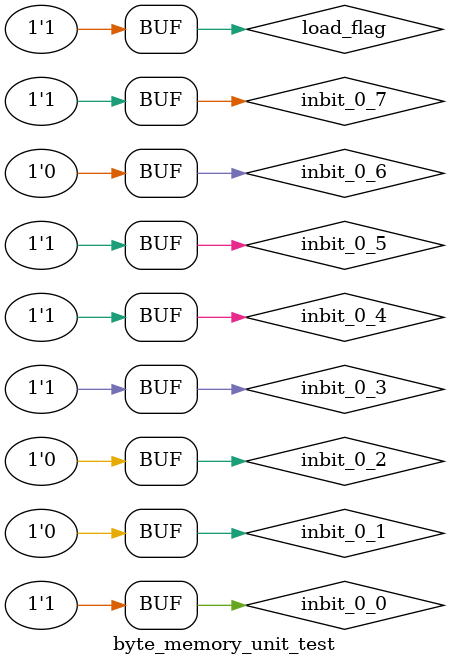
<source format=v>

module byte_memory_unit_test;

	// Inputs
	// reg signed_flag;
	reg load_flag;
	reg inbit_0_0;
	reg inbit_0_1;
	reg inbit_0_2;
	reg inbit_0_3;
	reg inbit_0_4;
	reg inbit_0_5;
	reg inbit_0_6;
	reg inbit_0_7;
	// reg inbit_1_0;
	// reg inbit_1_1;
	// reg inbit_1_2;
	// reg inbit_1_3;
	// reg inbit_1_4;
	// reg inbit_1_5;
	// reg inbit_1_6;
	// reg inbit_1_7;

	// Outputs
	wire outbit_0_0;
	wire outbit_0_1;
	wire outbit_0_2;
	wire outbit_0_3;
	wire outbit_0_4;
	wire outbit_0_5;
	wire outbit_0_6;
	wire outbit_0_7;
	// wire carry_out;
	// wire overflow_flag;
	// wire sink;


	// Instantiate the Unit Under Test (UUT)
	byte_memory_unit uut (
		// .signed_flag(signed_flag), 
		.load_flag(load_flag), 
		.inbit_0_0(inbit_0_0), 
		.inbit_0_1(inbit_0_1), 
		.inbit_0_2(inbit_0_2), 
		.inbit_0_3(inbit_0_3), 
		.inbit_0_4(inbit_0_4), 
		.inbit_0_5(inbit_0_5), 
		.inbit_0_6(inbit_0_6), 
		.inbit_0_7(inbit_0_7), 
		// .inbit_1_0(inbit_1_0), 
		// .inbit_1_1(inbit_1_1), 
		// .inbit_1_2(inbit_1_2), 
		// .inbit_1_3(inbit_1_3), 
		// .inbit_1_4(inbit_1_4), 
		// .inbit_1_5(inbit_1_5), 
		// .inbit_1_6(inbit_1_6), 
		// .inbit_1_7(inbit_1_7), 
		.outbit_0_0(outbit_0_0),
		.outbit_0_1(outbit_0_1),
		.outbit_0_2(outbit_0_2),
		.outbit_0_3(outbit_0_3),
		.outbit_0_4(outbit_0_4),
		.outbit_0_5(outbit_0_5),
		.outbit_0_6(outbit_0_6),
		.outbit_0_7(outbit_0_7)
		// .carry_out(carry_out)
		// .overflow_flag(overflow_flag)
		// .sink(sink)
	);

	initial begin
		// Initialize Inputs
		// signed_flag = 1;
		load_flag = 0;
	    inbit_0_0 = 0;
	    inbit_0_1 = 0;
	    inbit_0_2 = 0;
	    inbit_0_3 = 0;
	    inbit_0_4 = 0;
	    inbit_0_5 = 0;
	    inbit_0_6 = 0;
	    inbit_0_7 = 0;
	    // inbit_1_0 = 0;
	    // inbit_1_1 = 0;
	    // inbit_1_2 = 0;
	    // inbit_1_3 = 0;
	    // inbit_1_4 = 0;
	    // inbit_1_5 = 0;
	    // inbit_1_6 = 0;
	    // inbit_1_7 = 0;

		// Wait 100 ns for global reset to finish
		#100;
        
		// Add stimulus here: 100 INPUTS

		load_flag = 1;
	    inbit_0_0 = 1;
	    inbit_0_1 = 1;
	    inbit_0_2 = 1;
	    inbit_0_3 = 1;
	    inbit_0_4 = 1;
	    inbit_0_5 = 1;
	    inbit_0_6 = 1;
	    inbit_0_7 = 0;
	    // inbit_1_0 = ;
	    // inbit_1_1 = ;
	    // inbit_1_2 = ;
	    // inbit_1_3 = ;
	    // inbit_1_4 = ;
	    // inbit_1_5 = ;
	    // inbit_1_6 = ;
	    // inbit_1_7 = ;
        #100;


		load_flag = 1;
	    inbit_0_0 = 0;
	    inbit_0_1 = 1;
	    inbit_0_2 = 0;
	    inbit_0_3 = 1;
	    inbit_0_4 = 1;
	    inbit_0_5 = 1;
	    inbit_0_6 = 1;
	    inbit_0_7 = 1;
	    // inbit_1_0 = ;
	    // inbit_1_1 = ;
	    // inbit_1_2 = ;
	    // inbit_1_3 = ;
	    // inbit_1_4 = ;
	    // inbit_1_5 = ;
	    // inbit_1_6 = ;
	    // inbit_1_7 = ;
        #100;


		load_flag = 1;
	    inbit_0_0 = 1;
	    inbit_0_1 = 0;
	    inbit_0_2 = 0;
	    inbit_0_3 = 1;
	    inbit_0_4 = 1;
	    inbit_0_5 = 0;
	    inbit_0_6 = 0;
	    inbit_0_7 = 0;
	    // inbit_1_0 = ;
	    // inbit_1_1 = ;
	    // inbit_1_2 = ;
	    // inbit_1_3 = ;
	    // inbit_1_4 = ;
	    // inbit_1_5 = ;
	    // inbit_1_6 = ;
	    // inbit_1_7 = ;
        #100;


		load_flag = 0;
	    inbit_0_0 = 1;
	    inbit_0_1 = 0;
	    inbit_0_2 = 0;
	    inbit_0_3 = 1;
	    inbit_0_4 = 0;
	    inbit_0_5 = 0;
	    inbit_0_6 = 1;
	    inbit_0_7 = 0;
	    // inbit_1_0 = ;
	    // inbit_1_1 = ;
	    // inbit_1_2 = ;
	    // inbit_1_3 = ;
	    // inbit_1_4 = ;
	    // inbit_1_5 = ;
	    // inbit_1_6 = ;
	    // inbit_1_7 = ;
        #100;


		load_flag = 0;
	    inbit_0_0 = 1;
	    inbit_0_1 = 0;
	    inbit_0_2 = 1;
	    inbit_0_3 = 1;
	    inbit_0_4 = 0;
	    inbit_0_5 = 1;
	    inbit_0_6 = 1;
	    inbit_0_7 = 1;
	    // inbit_1_0 = ;
	    // inbit_1_1 = ;
	    // inbit_1_2 = ;
	    // inbit_1_3 = ;
	    // inbit_1_4 = ;
	    // inbit_1_5 = ;
	    // inbit_1_6 = ;
	    // inbit_1_7 = ;
        #100;


		load_flag = 0;
	    inbit_0_0 = 1;
	    inbit_0_1 = 1;
	    inbit_0_2 = 1;
	    inbit_0_3 = 0;
	    inbit_0_4 = 0;
	    inbit_0_5 = 0;
	    inbit_0_6 = 1;
	    inbit_0_7 = 0;
	    // inbit_1_0 = ;
	    // inbit_1_1 = ;
	    // inbit_1_2 = ;
	    // inbit_1_3 = ;
	    // inbit_1_4 = ;
	    // inbit_1_5 = ;
	    // inbit_1_6 = ;
	    // inbit_1_7 = ;
        #100;


		load_flag = 1;
	    inbit_0_0 = 0;
	    inbit_0_1 = 1;
	    inbit_0_2 = 1;
	    inbit_0_3 = 0;
	    inbit_0_4 = 1;
	    inbit_0_5 = 0;
	    inbit_0_6 = 0;
	    inbit_0_7 = 1;
	    // inbit_1_0 = ;
	    // inbit_1_1 = ;
	    // inbit_1_2 = ;
	    // inbit_1_3 = ;
	    // inbit_1_4 = ;
	    // inbit_1_5 = ;
	    // inbit_1_6 = ;
	    // inbit_1_7 = ;
        #100;


		load_flag = 1;
	    inbit_0_0 = 0;
	    inbit_0_1 = 0;
	    inbit_0_2 = 1;
	    inbit_0_3 = 1;
	    inbit_0_4 = 1;
	    inbit_0_5 = 1;
	    inbit_0_6 = 0;
	    inbit_0_7 = 1;
	    // inbit_1_0 = ;
	    // inbit_1_1 = ;
	    // inbit_1_2 = ;
	    // inbit_1_3 = ;
	    // inbit_1_4 = ;
	    // inbit_1_5 = ;
	    // inbit_1_6 = ;
	    // inbit_1_7 = ;
        #100;


		load_flag = 0;
	    inbit_0_0 = 0;
	    inbit_0_1 = 0;
	    inbit_0_2 = 1;
	    inbit_0_3 = 0;
	    inbit_0_4 = 1;
	    inbit_0_5 = 0;
	    inbit_0_6 = 1;
	    inbit_0_7 = 0;
	    // inbit_1_0 = ;
	    // inbit_1_1 = ;
	    // inbit_1_2 = ;
	    // inbit_1_3 = ;
	    // inbit_1_4 = ;
	    // inbit_1_5 = ;
	    // inbit_1_6 = ;
	    // inbit_1_7 = ;
        #100;


		load_flag = 0;
	    inbit_0_0 = 1;
	    inbit_0_1 = 0;
	    inbit_0_2 = 1;
	    inbit_0_3 = 1;
	    inbit_0_4 = 0;
	    inbit_0_5 = 0;
	    inbit_0_6 = 1;
	    inbit_0_7 = 0;
	    // inbit_1_0 = ;
	    // inbit_1_1 = ;
	    // inbit_1_2 = ;
	    // inbit_1_3 = ;
	    // inbit_1_4 = ;
	    // inbit_1_5 = ;
	    // inbit_1_6 = ;
	    // inbit_1_7 = ;
        #100;


		load_flag = 1;
	    inbit_0_0 = 0;
	    inbit_0_1 = 1;
	    inbit_0_2 = 1;
	    inbit_0_3 = 1;
	    inbit_0_4 = 1;
	    inbit_0_5 = 1;
	    inbit_0_6 = 1;
	    inbit_0_7 = 1;
	    // inbit_1_0 = ;
	    // inbit_1_1 = ;
	    // inbit_1_2 = ;
	    // inbit_1_3 = ;
	    // inbit_1_4 = ;
	    // inbit_1_5 = ;
	    // inbit_1_6 = ;
	    // inbit_1_7 = ;
        #100;


		load_flag = 1;
	    inbit_0_0 = 0;
	    inbit_0_1 = 1;
	    inbit_0_2 = 1;
	    inbit_0_3 = 0;
	    inbit_0_4 = 0;
	    inbit_0_5 = 1;
	    inbit_0_6 = 1;
	    inbit_0_7 = 0;
	    // inbit_1_0 = ;
	    // inbit_1_1 = ;
	    // inbit_1_2 = ;
	    // inbit_1_3 = ;
	    // inbit_1_4 = ;
	    // inbit_1_5 = ;
	    // inbit_1_6 = ;
	    // inbit_1_7 = ;
        #100;


		load_flag = 1;
	    inbit_0_0 = 0;
	    inbit_0_1 = 0;
	    inbit_0_2 = 0;
	    inbit_0_3 = 1;
	    inbit_0_4 = 0;
	    inbit_0_5 = 1;
	    inbit_0_6 = 0;
	    inbit_0_7 = 0;
	    // inbit_1_0 = ;
	    // inbit_1_1 = ;
	    // inbit_1_2 = ;
	    // inbit_1_3 = ;
	    // inbit_1_4 = ;
	    // inbit_1_5 = ;
	    // inbit_1_6 = ;
	    // inbit_1_7 = ;
        #100;


		load_flag = 1;
	    inbit_0_0 = 1;
	    inbit_0_1 = 1;
	    inbit_0_2 = 0;
	    inbit_0_3 = 0;
	    inbit_0_4 = 1;
	    inbit_0_5 = 1;
	    inbit_0_6 = 1;
	    inbit_0_7 = 0;
	    // inbit_1_0 = ;
	    // inbit_1_1 = ;
	    // inbit_1_2 = ;
	    // inbit_1_3 = ;
	    // inbit_1_4 = ;
	    // inbit_1_5 = ;
	    // inbit_1_6 = ;
	    // inbit_1_7 = ;
        #100;


		load_flag = 1;
	    inbit_0_0 = 1;
	    inbit_0_1 = 1;
	    inbit_0_2 = 0;
	    inbit_0_3 = 0;
	    inbit_0_4 = 0;
	    inbit_0_5 = 0;
	    inbit_0_6 = 0;
	    inbit_0_7 = 1;
	    // inbit_1_0 = ;
	    // inbit_1_1 = ;
	    // inbit_1_2 = ;
	    // inbit_1_3 = ;
	    // inbit_1_4 = ;
	    // inbit_1_5 = ;
	    // inbit_1_6 = ;
	    // inbit_1_7 = ;
        #100;


		load_flag = 1;
	    inbit_0_0 = 1;
	    inbit_0_1 = 0;
	    inbit_0_2 = 0;
	    inbit_0_3 = 0;
	    inbit_0_4 = 1;
	    inbit_0_5 = 1;
	    inbit_0_6 = 1;
	    inbit_0_7 = 1;
	    // inbit_1_0 = ;
	    // inbit_1_1 = ;
	    // inbit_1_2 = ;
	    // inbit_1_3 = ;
	    // inbit_1_4 = ;
	    // inbit_1_5 = ;
	    // inbit_1_6 = ;
	    // inbit_1_7 = ;
        #100;


		load_flag = 0;
	    inbit_0_0 = 0;
	    inbit_0_1 = 0;
	    inbit_0_2 = 0;
	    inbit_0_3 = 0;
	    inbit_0_4 = 1;
	    inbit_0_5 = 1;
	    inbit_0_6 = 0;
	    inbit_0_7 = 0;
	    // inbit_1_0 = ;
	    // inbit_1_1 = ;
	    // inbit_1_2 = ;
	    // inbit_1_3 = ;
	    // inbit_1_4 = ;
	    // inbit_1_5 = ;
	    // inbit_1_6 = ;
	    // inbit_1_7 = ;
        #100;


		load_flag = 1;
	    inbit_0_0 = 1;
	    inbit_0_1 = 0;
	    inbit_0_2 = 1;
	    inbit_0_3 = 0;
	    inbit_0_4 = 0;
	    inbit_0_5 = 1;
	    inbit_0_6 = 1;
	    inbit_0_7 = 0;
	    // inbit_1_0 = ;
	    // inbit_1_1 = ;
	    // inbit_1_2 = ;
	    // inbit_1_3 = ;
	    // inbit_1_4 = ;
	    // inbit_1_5 = ;
	    // inbit_1_6 = ;
	    // inbit_1_7 = ;
        #100;


		load_flag = 0;
	    inbit_0_0 = 0;
	    inbit_0_1 = 1;
	    inbit_0_2 = 0;
	    inbit_0_3 = 1;
	    inbit_0_4 = 0;
	    inbit_0_5 = 0;
	    inbit_0_6 = 0;
	    inbit_0_7 = 1;
	    // inbit_1_0 = ;
	    // inbit_1_1 = ;
	    // inbit_1_2 = ;
	    // inbit_1_3 = ;
	    // inbit_1_4 = ;
	    // inbit_1_5 = ;
	    // inbit_1_6 = ;
	    // inbit_1_7 = ;
        #100;


		load_flag = 1;
	    inbit_0_0 = 1;
	    inbit_0_1 = 0;
	    inbit_0_2 = 1;
	    inbit_0_3 = 0;
	    inbit_0_4 = 0;
	    inbit_0_5 = 0;
	    inbit_0_6 = 1;
	    inbit_0_7 = 0;
	    // inbit_1_0 = ;
	    // inbit_1_1 = ;
	    // inbit_1_2 = ;
	    // inbit_1_3 = ;
	    // inbit_1_4 = ;
	    // inbit_1_5 = ;
	    // inbit_1_6 = ;
	    // inbit_1_7 = ;
        #100;


		load_flag = 1;
	    inbit_0_0 = 1;
	    inbit_0_1 = 0;
	    inbit_0_2 = 0;
	    inbit_0_3 = 0;
	    inbit_0_4 = 0;
	    inbit_0_5 = 0;
	    inbit_0_6 = 1;
	    inbit_0_7 = 0;
	    // inbit_1_0 = ;
	    // inbit_1_1 = ;
	    // inbit_1_2 = ;
	    // inbit_1_3 = ;
	    // inbit_1_4 = ;
	    // inbit_1_5 = ;
	    // inbit_1_6 = ;
	    // inbit_1_7 = ;
        #100;


		load_flag = 1;
	    inbit_0_0 = 1;
	    inbit_0_1 = 1;
	    inbit_0_2 = 0;
	    inbit_0_3 = 0;
	    inbit_0_4 = 0;
	    inbit_0_5 = 1;
	    inbit_0_6 = 1;
	    inbit_0_7 = 0;
	    // inbit_1_0 = ;
	    // inbit_1_1 = ;
	    // inbit_1_2 = ;
	    // inbit_1_3 = ;
	    // inbit_1_4 = ;
	    // inbit_1_5 = ;
	    // inbit_1_6 = ;
	    // inbit_1_7 = ;
        #100;


		load_flag = 0;
	    inbit_0_0 = 0;
	    inbit_0_1 = 0;
	    inbit_0_2 = 0;
	    inbit_0_3 = 0;
	    inbit_0_4 = 1;
	    inbit_0_5 = 1;
	    inbit_0_6 = 0;
	    inbit_0_7 = 0;
	    // inbit_1_0 = ;
	    // inbit_1_1 = ;
	    // inbit_1_2 = ;
	    // inbit_1_3 = ;
	    // inbit_1_4 = ;
	    // inbit_1_5 = ;
	    // inbit_1_6 = ;
	    // inbit_1_7 = ;
        #100;


		load_flag = 0;
	    inbit_0_0 = 1;
	    inbit_0_1 = 0;
	    inbit_0_2 = 0;
	    inbit_0_3 = 0;
	    inbit_0_4 = 0;
	    inbit_0_5 = 0;
	    inbit_0_6 = 1;
	    inbit_0_7 = 1;
	    // inbit_1_0 = ;
	    // inbit_1_1 = ;
	    // inbit_1_2 = ;
	    // inbit_1_3 = ;
	    // inbit_1_4 = ;
	    // inbit_1_5 = ;
	    // inbit_1_6 = ;
	    // inbit_1_7 = ;
        #100;


		load_flag = 1;
	    inbit_0_0 = 0;
	    inbit_0_1 = 1;
	    inbit_0_2 = 0;
	    inbit_0_3 = 0;
	    inbit_0_4 = 1;
	    inbit_0_5 = 1;
	    inbit_0_6 = 0;
	    inbit_0_7 = 1;
	    // inbit_1_0 = ;
	    // inbit_1_1 = ;
	    // inbit_1_2 = ;
	    // inbit_1_3 = ;
	    // inbit_1_4 = ;
	    // inbit_1_5 = ;
	    // inbit_1_6 = ;
	    // inbit_1_7 = ;
        #100;


		load_flag = 0;
	    inbit_0_0 = 1;
	    inbit_0_1 = 0;
	    inbit_0_2 = 1;
	    inbit_0_3 = 1;
	    inbit_0_4 = 1;
	    inbit_0_5 = 0;
	    inbit_0_6 = 1;
	    inbit_0_7 = 1;
	    // inbit_1_0 = ;
	    // inbit_1_1 = ;
	    // inbit_1_2 = ;
	    // inbit_1_3 = ;
	    // inbit_1_4 = ;
	    // inbit_1_5 = ;
	    // inbit_1_6 = ;
	    // inbit_1_7 = ;
        #100;


		load_flag = 1;
	    inbit_0_0 = 0;
	    inbit_0_1 = 0;
	    inbit_0_2 = 0;
	    inbit_0_3 = 0;
	    inbit_0_4 = 1;
	    inbit_0_5 = 0;
	    inbit_0_6 = 0;
	    inbit_0_7 = 0;
	    // inbit_1_0 = ;
	    // inbit_1_1 = ;
	    // inbit_1_2 = ;
	    // inbit_1_3 = ;
	    // inbit_1_4 = ;
	    // inbit_1_5 = ;
	    // inbit_1_6 = ;
	    // inbit_1_7 = ;
        #100;


		load_flag = 0;
	    inbit_0_0 = 1;
	    inbit_0_1 = 1;
	    inbit_0_2 = 1;
	    inbit_0_3 = 0;
	    inbit_0_4 = 0;
	    inbit_0_5 = 0;
	    inbit_0_6 = 1;
	    inbit_0_7 = 0;
	    // inbit_1_0 = ;
	    // inbit_1_1 = ;
	    // inbit_1_2 = ;
	    // inbit_1_3 = ;
	    // inbit_1_4 = ;
	    // inbit_1_5 = ;
	    // inbit_1_6 = ;
	    // inbit_1_7 = ;
        #100;


		load_flag = 0;
	    inbit_0_0 = 0;
	    inbit_0_1 = 1;
	    inbit_0_2 = 0;
	    inbit_0_3 = 1;
	    inbit_0_4 = 0;
	    inbit_0_5 = 1;
	    inbit_0_6 = 0;
	    inbit_0_7 = 1;
	    // inbit_1_0 = ;
	    // inbit_1_1 = ;
	    // inbit_1_2 = ;
	    // inbit_1_3 = ;
	    // inbit_1_4 = ;
	    // inbit_1_5 = ;
	    // inbit_1_6 = ;
	    // inbit_1_7 = ;
        #100;


		load_flag = 1;
	    inbit_0_0 = 1;
	    inbit_0_1 = 0;
	    inbit_0_2 = 0;
	    inbit_0_3 = 1;
	    inbit_0_4 = 0;
	    inbit_0_5 = 0;
	    inbit_0_6 = 0;
	    inbit_0_7 = 1;
	    // inbit_1_0 = ;
	    // inbit_1_1 = ;
	    // inbit_1_2 = ;
	    // inbit_1_3 = ;
	    // inbit_1_4 = ;
	    // inbit_1_5 = ;
	    // inbit_1_6 = ;
	    // inbit_1_7 = ;
        #100;


		load_flag = 0;
	    inbit_0_0 = 0;
	    inbit_0_1 = 0;
	    inbit_0_2 = 1;
	    inbit_0_3 = 0;
	    inbit_0_4 = 0;
	    inbit_0_5 = 1;
	    inbit_0_6 = 1;
	    inbit_0_7 = 1;
	    // inbit_1_0 = ;
	    // inbit_1_1 = ;
	    // inbit_1_2 = ;
	    // inbit_1_3 = ;
	    // inbit_1_4 = ;
	    // inbit_1_5 = ;
	    // inbit_1_6 = ;
	    // inbit_1_7 = ;
        #100;


		load_flag = 0;
	    inbit_0_0 = 0;
	    inbit_0_1 = 0;
	    inbit_0_2 = 0;
	    inbit_0_3 = 1;
	    inbit_0_4 = 0;
	    inbit_0_5 = 1;
	    inbit_0_6 = 0;
	    inbit_0_7 = 1;
	    // inbit_1_0 = ;
	    // inbit_1_1 = ;
	    // inbit_1_2 = ;
	    // inbit_1_3 = ;
	    // inbit_1_4 = ;
	    // inbit_1_5 = ;
	    // inbit_1_6 = ;
	    // inbit_1_7 = ;
        #100;


		load_flag = 0;
	    inbit_0_0 = 0;
	    inbit_0_1 = 0;
	    inbit_0_2 = 0;
	    inbit_0_3 = 0;
	    inbit_0_4 = 0;
	    inbit_0_5 = 1;
	    inbit_0_6 = 1;
	    inbit_0_7 = 1;
	    // inbit_1_0 = ;
	    // inbit_1_1 = ;
	    // inbit_1_2 = ;
	    // inbit_1_3 = ;
	    // inbit_1_4 = ;
	    // inbit_1_5 = ;
	    // inbit_1_6 = ;
	    // inbit_1_7 = ;
        #100;


		load_flag = 1;
	    inbit_0_0 = 1;
	    inbit_0_1 = 1;
	    inbit_0_2 = 0;
	    inbit_0_3 = 1;
	    inbit_0_4 = 0;
	    inbit_0_5 = 0;
	    inbit_0_6 = 1;
	    inbit_0_7 = 0;
	    // inbit_1_0 = ;
	    // inbit_1_1 = ;
	    // inbit_1_2 = ;
	    // inbit_1_3 = ;
	    // inbit_1_4 = ;
	    // inbit_1_5 = ;
	    // inbit_1_6 = ;
	    // inbit_1_7 = ;
        #100;


		load_flag = 1;
	    inbit_0_0 = 1;
	    inbit_0_1 = 0;
	    inbit_0_2 = 0;
	    inbit_0_3 = 1;
	    inbit_0_4 = 0;
	    inbit_0_5 = 0;
	    inbit_0_6 = 1;
	    inbit_0_7 = 0;
	    // inbit_1_0 = ;
	    // inbit_1_1 = ;
	    // inbit_1_2 = ;
	    // inbit_1_3 = ;
	    // inbit_1_4 = ;
	    // inbit_1_5 = ;
	    // inbit_1_6 = ;
	    // inbit_1_7 = ;
        #100;


		load_flag = 1;
	    inbit_0_0 = 1;
	    inbit_0_1 = 1;
	    inbit_0_2 = 1;
	    inbit_0_3 = 1;
	    inbit_0_4 = 0;
	    inbit_0_5 = 1;
	    inbit_0_6 = 1;
	    inbit_0_7 = 1;
	    // inbit_1_0 = ;
	    // inbit_1_1 = ;
	    // inbit_1_2 = ;
	    // inbit_1_3 = ;
	    // inbit_1_4 = ;
	    // inbit_1_5 = ;
	    // inbit_1_6 = ;
	    // inbit_1_7 = ;
        #100;


		load_flag = 0;
	    inbit_0_0 = 1;
	    inbit_0_1 = 0;
	    inbit_0_2 = 1;
	    inbit_0_3 = 0;
	    inbit_0_4 = 0;
	    inbit_0_5 = 1;
	    inbit_0_6 = 1;
	    inbit_0_7 = 1;
	    // inbit_1_0 = ;
	    // inbit_1_1 = ;
	    // inbit_1_2 = ;
	    // inbit_1_3 = ;
	    // inbit_1_4 = ;
	    // inbit_1_5 = ;
	    // inbit_1_6 = ;
	    // inbit_1_7 = ;
        #100;


		load_flag = 1;
	    inbit_0_0 = 1;
	    inbit_0_1 = 1;
	    inbit_0_2 = 1;
	    inbit_0_3 = 1;
	    inbit_0_4 = 1;
	    inbit_0_5 = 1;
	    inbit_0_6 = 1;
	    inbit_0_7 = 0;
	    // inbit_1_0 = ;
	    // inbit_1_1 = ;
	    // inbit_1_2 = ;
	    // inbit_1_3 = ;
	    // inbit_1_4 = ;
	    // inbit_1_5 = ;
	    // inbit_1_6 = ;
	    // inbit_1_7 = ;
        #100;


		load_flag = 0;
	    inbit_0_0 = 0;
	    inbit_0_1 = 0;
	    inbit_0_2 = 0;
	    inbit_0_3 = 0;
	    inbit_0_4 = 1;
	    inbit_0_5 = 1;
	    inbit_0_6 = 1;
	    inbit_0_7 = 0;
	    // inbit_1_0 = ;
	    // inbit_1_1 = ;
	    // inbit_1_2 = ;
	    // inbit_1_3 = ;
	    // inbit_1_4 = ;
	    // inbit_1_5 = ;
	    // inbit_1_6 = ;
	    // inbit_1_7 = ;
        #100;


		load_flag = 0;
	    inbit_0_0 = 1;
	    inbit_0_1 = 1;
	    inbit_0_2 = 0;
	    inbit_0_3 = 0;
	    inbit_0_4 = 1;
	    inbit_0_5 = 0;
	    inbit_0_6 = 1;
	    inbit_0_7 = 1;
	    // inbit_1_0 = ;
	    // inbit_1_1 = ;
	    // inbit_1_2 = ;
	    // inbit_1_3 = ;
	    // inbit_1_4 = ;
	    // inbit_1_5 = ;
	    // inbit_1_6 = ;
	    // inbit_1_7 = ;
        #100;


		load_flag = 0;
	    inbit_0_0 = 0;
	    inbit_0_1 = 0;
	    inbit_0_2 = 0;
	    inbit_0_3 = 0;
	    inbit_0_4 = 0;
	    inbit_0_5 = 1;
	    inbit_0_6 = 0;
	    inbit_0_7 = 0;
	    // inbit_1_0 = ;
	    // inbit_1_1 = ;
	    // inbit_1_2 = ;
	    // inbit_1_3 = ;
	    // inbit_1_4 = ;
	    // inbit_1_5 = ;
	    // inbit_1_6 = ;
	    // inbit_1_7 = ;
        #100;


		load_flag = 1;
	    inbit_0_0 = 0;
	    inbit_0_1 = 1;
	    inbit_0_2 = 1;
	    inbit_0_3 = 0;
	    inbit_0_4 = 1;
	    inbit_0_5 = 1;
	    inbit_0_6 = 1;
	    inbit_0_7 = 0;
	    // inbit_1_0 = ;
	    // inbit_1_1 = ;
	    // inbit_1_2 = ;
	    // inbit_1_3 = ;
	    // inbit_1_4 = ;
	    // inbit_1_5 = ;
	    // inbit_1_6 = ;
	    // inbit_1_7 = ;
        #100;


		load_flag = 0;
	    inbit_0_0 = 0;
	    inbit_0_1 = 1;
	    inbit_0_2 = 1;
	    inbit_0_3 = 0;
	    inbit_0_4 = 1;
	    inbit_0_5 = 1;
	    inbit_0_6 = 0;
	    inbit_0_7 = 1;
	    // inbit_1_0 = ;
	    // inbit_1_1 = ;
	    // inbit_1_2 = ;
	    // inbit_1_3 = ;
	    // inbit_1_4 = ;
	    // inbit_1_5 = ;
	    // inbit_1_6 = ;
	    // inbit_1_7 = ;
        #100;


		load_flag = 0;
	    inbit_0_0 = 0;
	    inbit_0_1 = 0;
	    inbit_0_2 = 1;
	    inbit_0_3 = 0;
	    inbit_0_4 = 1;
	    inbit_0_5 = 0;
	    inbit_0_6 = 1;
	    inbit_0_7 = 0;
	    // inbit_1_0 = ;
	    // inbit_1_1 = ;
	    // inbit_1_2 = ;
	    // inbit_1_3 = ;
	    // inbit_1_4 = ;
	    // inbit_1_5 = ;
	    // inbit_1_6 = ;
	    // inbit_1_7 = ;
        #100;


		load_flag = 0;
	    inbit_0_0 = 0;
	    inbit_0_1 = 0;
	    inbit_0_2 = 1;
	    inbit_0_3 = 1;
	    inbit_0_4 = 0;
	    inbit_0_5 = 1;
	    inbit_0_6 = 1;
	    inbit_0_7 = 1;
	    // inbit_1_0 = ;
	    // inbit_1_1 = ;
	    // inbit_1_2 = ;
	    // inbit_1_3 = ;
	    // inbit_1_4 = ;
	    // inbit_1_5 = ;
	    // inbit_1_6 = ;
	    // inbit_1_7 = ;
        #100;


		load_flag = 1;
	    inbit_0_0 = 0;
	    inbit_0_1 = 1;
	    inbit_0_2 = 1;
	    inbit_0_3 = 1;
	    inbit_0_4 = 1;
	    inbit_0_5 = 0;
	    inbit_0_6 = 0;
	    inbit_0_7 = 0;
	    // inbit_1_0 = ;
	    // inbit_1_1 = ;
	    // inbit_1_2 = ;
	    // inbit_1_3 = ;
	    // inbit_1_4 = ;
	    // inbit_1_5 = ;
	    // inbit_1_6 = ;
	    // inbit_1_7 = ;
        #100;


		load_flag = 0;
	    inbit_0_0 = 1;
	    inbit_0_1 = 0;
	    inbit_0_2 = 1;
	    inbit_0_3 = 1;
	    inbit_0_4 = 1;
	    inbit_0_5 = 1;
	    inbit_0_6 = 1;
	    inbit_0_7 = 0;
	    // inbit_1_0 = ;
	    // inbit_1_1 = ;
	    // inbit_1_2 = ;
	    // inbit_1_3 = ;
	    // inbit_1_4 = ;
	    // inbit_1_5 = ;
	    // inbit_1_6 = ;
	    // inbit_1_7 = ;
        #100;


		load_flag = 0;
	    inbit_0_0 = 1;
	    inbit_0_1 = 1;
	    inbit_0_2 = 1;
	    inbit_0_3 = 1;
	    inbit_0_4 = 0;
	    inbit_0_5 = 0;
	    inbit_0_6 = 0;
	    inbit_0_7 = 0;
	    // inbit_1_0 = ;
	    // inbit_1_1 = ;
	    // inbit_1_2 = ;
	    // inbit_1_3 = ;
	    // inbit_1_4 = ;
	    // inbit_1_5 = ;
	    // inbit_1_6 = ;
	    // inbit_1_7 = ;
        #100;


		load_flag = 0;
	    inbit_0_0 = 1;
	    inbit_0_1 = 0;
	    inbit_0_2 = 1;
	    inbit_0_3 = 0;
	    inbit_0_4 = 1;
	    inbit_0_5 = 1;
	    inbit_0_6 = 0;
	    inbit_0_7 = 0;
	    // inbit_1_0 = ;
	    // inbit_1_1 = ;
	    // inbit_1_2 = ;
	    // inbit_1_3 = ;
	    // inbit_1_4 = ;
	    // inbit_1_5 = ;
	    // inbit_1_6 = ;
	    // inbit_1_7 = ;
        #100;


		load_flag = 0;
	    inbit_0_0 = 0;
	    inbit_0_1 = 0;
	    inbit_0_2 = 0;
	    inbit_0_3 = 1;
	    inbit_0_4 = 0;
	    inbit_0_5 = 1;
	    inbit_0_6 = 0;
	    inbit_0_7 = 1;
	    // inbit_1_0 = ;
	    // inbit_1_1 = ;
	    // inbit_1_2 = ;
	    // inbit_1_3 = ;
	    // inbit_1_4 = ;
	    // inbit_1_5 = ;
	    // inbit_1_6 = ;
	    // inbit_1_7 = ;
        #100;


		load_flag = 0;
	    inbit_0_0 = 0;
	    inbit_0_1 = 0;
	    inbit_0_2 = 0;
	    inbit_0_3 = 0;
	    inbit_0_4 = 1;
	    inbit_0_5 = 1;
	    inbit_0_6 = 1;
	    inbit_0_7 = 0;
	    // inbit_1_0 = ;
	    // inbit_1_1 = ;
	    // inbit_1_2 = ;
	    // inbit_1_3 = ;
	    // inbit_1_4 = ;
	    // inbit_1_5 = ;
	    // inbit_1_6 = ;
	    // inbit_1_7 = ;
        #100;


		load_flag = 1;
	    inbit_0_0 = 1;
	    inbit_0_1 = 0;
	    inbit_0_2 = 1;
	    inbit_0_3 = 1;
	    inbit_0_4 = 0;
	    inbit_0_5 = 0;
	    inbit_0_6 = 0;
	    inbit_0_7 = 1;
	    // inbit_1_0 = ;
	    // inbit_1_1 = ;
	    // inbit_1_2 = ;
	    // inbit_1_3 = ;
	    // inbit_1_4 = ;
	    // inbit_1_5 = ;
	    // inbit_1_6 = ;
	    // inbit_1_7 = ;
        #100;


		load_flag = 1;
	    inbit_0_0 = 0;
	    inbit_0_1 = 1;
	    inbit_0_2 = 0;
	    inbit_0_3 = 0;
	    inbit_0_4 = 1;
	    inbit_0_5 = 1;
	    inbit_0_6 = 0;
	    inbit_0_7 = 1;
	    // inbit_1_0 = ;
	    // inbit_1_1 = ;
	    // inbit_1_2 = ;
	    // inbit_1_3 = ;
	    // inbit_1_4 = ;
	    // inbit_1_5 = ;
	    // inbit_1_6 = ;
	    // inbit_1_7 = ;
        #100;


		load_flag = 1;
	    inbit_0_0 = 0;
	    inbit_0_1 = 1;
	    inbit_0_2 = 0;
	    inbit_0_3 = 0;
	    inbit_0_4 = 0;
	    inbit_0_5 = 0;
	    inbit_0_6 = 1;
	    inbit_0_7 = 0;
	    // inbit_1_0 = ;
	    // inbit_1_1 = ;
	    // inbit_1_2 = ;
	    // inbit_1_3 = ;
	    // inbit_1_4 = ;
	    // inbit_1_5 = ;
	    // inbit_1_6 = ;
	    // inbit_1_7 = ;
        #100;


		load_flag = 0;
	    inbit_0_0 = 0;
	    inbit_0_1 = 1;
	    inbit_0_2 = 1;
	    inbit_0_3 = 0;
	    inbit_0_4 = 0;
	    inbit_0_5 = 1;
	    inbit_0_6 = 1;
	    inbit_0_7 = 1;
	    // inbit_1_0 = ;
	    // inbit_1_1 = ;
	    // inbit_1_2 = ;
	    // inbit_1_3 = ;
	    // inbit_1_4 = ;
	    // inbit_1_5 = ;
	    // inbit_1_6 = ;
	    // inbit_1_7 = ;
        #100;


		load_flag = 1;
	    inbit_0_0 = 1;
	    inbit_0_1 = 0;
	    inbit_0_2 = 1;
	    inbit_0_3 = 1;
	    inbit_0_4 = 0;
	    inbit_0_5 = 1;
	    inbit_0_6 = 0;
	    inbit_0_7 = 0;
	    // inbit_1_0 = ;
	    // inbit_1_1 = ;
	    // inbit_1_2 = ;
	    // inbit_1_3 = ;
	    // inbit_1_4 = ;
	    // inbit_1_5 = ;
	    // inbit_1_6 = ;
	    // inbit_1_7 = ;
        #100;


		load_flag = 0;
	    inbit_0_0 = 0;
	    inbit_0_1 = 0;
	    inbit_0_2 = 0;
	    inbit_0_3 = 0;
	    inbit_0_4 = 0;
	    inbit_0_5 = 1;
	    inbit_0_6 = 0;
	    inbit_0_7 = 0;
	    // inbit_1_0 = ;
	    // inbit_1_1 = ;
	    // inbit_1_2 = ;
	    // inbit_1_3 = ;
	    // inbit_1_4 = ;
	    // inbit_1_5 = ;
	    // inbit_1_6 = ;
	    // inbit_1_7 = ;
        #100;


		load_flag = 1;
	    inbit_0_0 = 0;
	    inbit_0_1 = 1;
	    inbit_0_2 = 0;
	    inbit_0_3 = 1;
	    inbit_0_4 = 1;
	    inbit_0_5 = 0;
	    inbit_0_6 = 1;
	    inbit_0_7 = 1;
	    // inbit_1_0 = ;
	    // inbit_1_1 = ;
	    // inbit_1_2 = ;
	    // inbit_1_3 = ;
	    // inbit_1_4 = ;
	    // inbit_1_5 = ;
	    // inbit_1_6 = ;
	    // inbit_1_7 = ;
        #100;


		load_flag = 1;
	    inbit_0_0 = 0;
	    inbit_0_1 = 0;
	    inbit_0_2 = 1;
	    inbit_0_3 = 1;
	    inbit_0_4 = 0;
	    inbit_0_5 = 1;
	    inbit_0_6 = 0;
	    inbit_0_7 = 0;
	    // inbit_1_0 = ;
	    // inbit_1_1 = ;
	    // inbit_1_2 = ;
	    // inbit_1_3 = ;
	    // inbit_1_4 = ;
	    // inbit_1_5 = ;
	    // inbit_1_6 = ;
	    // inbit_1_7 = ;
        #100;


		load_flag = 0;
	    inbit_0_0 = 0;
	    inbit_0_1 = 0;
	    inbit_0_2 = 1;
	    inbit_0_3 = 0;
	    inbit_0_4 = 1;
	    inbit_0_5 = 0;
	    inbit_0_6 = 1;
	    inbit_0_7 = 1;
	    // inbit_1_0 = ;
	    // inbit_1_1 = ;
	    // inbit_1_2 = ;
	    // inbit_1_3 = ;
	    // inbit_1_4 = ;
	    // inbit_1_5 = ;
	    // inbit_1_6 = ;
	    // inbit_1_7 = ;
        #100;


		load_flag = 1;
	    inbit_0_0 = 0;
	    inbit_0_1 = 1;
	    inbit_0_2 = 0;
	    inbit_0_3 = 0;
	    inbit_0_4 = 1;
	    inbit_0_5 = 0;
	    inbit_0_6 = 1;
	    inbit_0_7 = 0;
	    // inbit_1_0 = ;
	    // inbit_1_1 = ;
	    // inbit_1_2 = ;
	    // inbit_1_3 = ;
	    // inbit_1_4 = ;
	    // inbit_1_5 = ;
	    // inbit_1_6 = ;
	    // inbit_1_7 = ;
        #100;


		load_flag = 1;
	    inbit_0_0 = 0;
	    inbit_0_1 = 1;
	    inbit_0_2 = 0;
	    inbit_0_3 = 1;
	    inbit_0_4 = 1;
	    inbit_0_5 = 0;
	    inbit_0_6 = 0;
	    inbit_0_7 = 0;
	    // inbit_1_0 = ;
	    // inbit_1_1 = ;
	    // inbit_1_2 = ;
	    // inbit_1_3 = ;
	    // inbit_1_4 = ;
	    // inbit_1_5 = ;
	    // inbit_1_6 = ;
	    // inbit_1_7 = ;
        #100;


		load_flag = 1;
	    inbit_0_0 = 0;
	    inbit_0_1 = 1;
	    inbit_0_2 = 0;
	    inbit_0_3 = 0;
	    inbit_0_4 = 0;
	    inbit_0_5 = 1;
	    inbit_0_6 = 1;
	    inbit_0_7 = 1;
	    // inbit_1_0 = ;
	    // inbit_1_1 = ;
	    // inbit_1_2 = ;
	    // inbit_1_3 = ;
	    // inbit_1_4 = ;
	    // inbit_1_5 = ;
	    // inbit_1_6 = ;
	    // inbit_1_7 = ;
        #100;


		load_flag = 1;
	    inbit_0_0 = 0;
	    inbit_0_1 = 0;
	    inbit_0_2 = 0;
	    inbit_0_3 = 0;
	    inbit_0_4 = 1;
	    inbit_0_5 = 0;
	    inbit_0_6 = 1;
	    inbit_0_7 = 1;
	    // inbit_1_0 = ;
	    // inbit_1_1 = ;
	    // inbit_1_2 = ;
	    // inbit_1_3 = ;
	    // inbit_1_4 = ;
	    // inbit_1_5 = ;
	    // inbit_1_6 = ;
	    // inbit_1_7 = ;
        #100;


		load_flag = 1;
	    inbit_0_0 = 1;
	    inbit_0_1 = 0;
	    inbit_0_2 = 1;
	    inbit_0_3 = 0;
	    inbit_0_4 = 1;
	    inbit_0_5 = 1;
	    inbit_0_6 = 1;
	    inbit_0_7 = 0;
	    // inbit_1_0 = ;
	    // inbit_1_1 = ;
	    // inbit_1_2 = ;
	    // inbit_1_3 = ;
	    // inbit_1_4 = ;
	    // inbit_1_5 = ;
	    // inbit_1_6 = ;
	    // inbit_1_7 = ;
        #100;


		load_flag = 1;
	    inbit_0_0 = 0;
	    inbit_0_1 = 1;
	    inbit_0_2 = 1;
	    inbit_0_3 = 1;
	    inbit_0_4 = 0;
	    inbit_0_5 = 1;
	    inbit_0_6 = 0;
	    inbit_0_7 = 0;
	    // inbit_1_0 = ;
	    // inbit_1_1 = ;
	    // inbit_1_2 = ;
	    // inbit_1_3 = ;
	    // inbit_1_4 = ;
	    // inbit_1_5 = ;
	    // inbit_1_6 = ;
	    // inbit_1_7 = ;
        #100;


		load_flag = 0;
	    inbit_0_0 = 1;
	    inbit_0_1 = 0;
	    inbit_0_2 = 0;
	    inbit_0_3 = 1;
	    inbit_0_4 = 1;
	    inbit_0_5 = 0;
	    inbit_0_6 = 1;
	    inbit_0_7 = 0;
	    // inbit_1_0 = ;
	    // inbit_1_1 = ;
	    // inbit_1_2 = ;
	    // inbit_1_3 = ;
	    // inbit_1_4 = ;
	    // inbit_1_5 = ;
	    // inbit_1_6 = ;
	    // inbit_1_7 = ;
        #100;


		load_flag = 0;
	    inbit_0_0 = 0;
	    inbit_0_1 = 0;
	    inbit_0_2 = 0;
	    inbit_0_3 = 1;
	    inbit_0_4 = 0;
	    inbit_0_5 = 1;
	    inbit_0_6 = 0;
	    inbit_0_7 = 1;
	    // inbit_1_0 = ;
	    // inbit_1_1 = ;
	    // inbit_1_2 = ;
	    // inbit_1_3 = ;
	    // inbit_1_4 = ;
	    // inbit_1_5 = ;
	    // inbit_1_6 = ;
	    // inbit_1_7 = ;
        #100;


		load_flag = 0;
	    inbit_0_0 = 0;
	    inbit_0_1 = 0;
	    inbit_0_2 = 0;
	    inbit_0_3 = 1;
	    inbit_0_4 = 1;
	    inbit_0_5 = 1;
	    inbit_0_6 = 0;
	    inbit_0_7 = 0;
	    // inbit_1_0 = ;
	    // inbit_1_1 = ;
	    // inbit_1_2 = ;
	    // inbit_1_3 = ;
	    // inbit_1_4 = ;
	    // inbit_1_5 = ;
	    // inbit_1_6 = ;
	    // inbit_1_7 = ;
        #100;


		load_flag = 1;
	    inbit_0_0 = 1;
	    inbit_0_1 = 0;
	    inbit_0_2 = 1;
	    inbit_0_3 = 1;
	    inbit_0_4 = 0;
	    inbit_0_5 = 1;
	    inbit_0_6 = 1;
	    inbit_0_7 = 1;
	    // inbit_1_0 = ;
	    // inbit_1_1 = ;
	    // inbit_1_2 = ;
	    // inbit_1_3 = ;
	    // inbit_1_4 = ;
	    // inbit_1_5 = ;
	    // inbit_1_6 = ;
	    // inbit_1_7 = ;
        #100;


		load_flag = 0;
	    inbit_0_0 = 1;
	    inbit_0_1 = 1;
	    inbit_0_2 = 0;
	    inbit_0_3 = 0;
	    inbit_0_4 = 0;
	    inbit_0_5 = 1;
	    inbit_0_6 = 0;
	    inbit_0_7 = 0;
	    // inbit_1_0 = ;
	    // inbit_1_1 = ;
	    // inbit_1_2 = ;
	    // inbit_1_3 = ;
	    // inbit_1_4 = ;
	    // inbit_1_5 = ;
	    // inbit_1_6 = ;
	    // inbit_1_7 = ;
        #100;


		load_flag = 1;
	    inbit_0_0 = 1;
	    inbit_0_1 = 0;
	    inbit_0_2 = 1;
	    inbit_0_3 = 1;
	    inbit_0_4 = 0;
	    inbit_0_5 = 0;
	    inbit_0_6 = 1;
	    inbit_0_7 = 0;
	    // inbit_1_0 = ;
	    // inbit_1_1 = ;
	    // inbit_1_2 = ;
	    // inbit_1_3 = ;
	    // inbit_1_4 = ;
	    // inbit_1_5 = ;
	    // inbit_1_6 = ;
	    // inbit_1_7 = ;
        #100;


		load_flag = 0;
	    inbit_0_0 = 1;
	    inbit_0_1 = 0;
	    inbit_0_2 = 1;
	    inbit_0_3 = 1;
	    inbit_0_4 = 1;
	    inbit_0_5 = 1;
	    inbit_0_6 = 0;
	    inbit_0_7 = 1;
	    // inbit_1_0 = ;
	    // inbit_1_1 = ;
	    // inbit_1_2 = ;
	    // inbit_1_3 = ;
	    // inbit_1_4 = ;
	    // inbit_1_5 = ;
	    // inbit_1_6 = ;
	    // inbit_1_7 = ;
        #100;


		load_flag = 0;
	    inbit_0_0 = 1;
	    inbit_0_1 = 0;
	    inbit_0_2 = 1;
	    inbit_0_3 = 0;
	    inbit_0_4 = 1;
	    inbit_0_5 = 0;
	    inbit_0_6 = 1;
	    inbit_0_7 = 1;
	    // inbit_1_0 = ;
	    // inbit_1_1 = ;
	    // inbit_1_2 = ;
	    // inbit_1_3 = ;
	    // inbit_1_4 = ;
	    // inbit_1_5 = ;
	    // inbit_1_6 = ;
	    // inbit_1_7 = ;
        #100;


		load_flag = 0;
	    inbit_0_0 = 0;
	    inbit_0_1 = 0;
	    inbit_0_2 = 1;
	    inbit_0_3 = 1;
	    inbit_0_4 = 1;
	    inbit_0_5 = 0;
	    inbit_0_6 = 1;
	    inbit_0_7 = 1;
	    // inbit_1_0 = ;
	    // inbit_1_1 = ;
	    // inbit_1_2 = ;
	    // inbit_1_3 = ;
	    // inbit_1_4 = ;
	    // inbit_1_5 = ;
	    // inbit_1_6 = ;
	    // inbit_1_7 = ;
        #100;


		load_flag = 1;
	    inbit_0_0 = 0;
	    inbit_0_1 = 1;
	    inbit_0_2 = 0;
	    inbit_0_3 = 1;
	    inbit_0_4 = 1;
	    inbit_0_5 = 0;
	    inbit_0_6 = 0;
	    inbit_0_7 = 0;
	    // inbit_1_0 = ;
	    // inbit_1_1 = ;
	    // inbit_1_2 = ;
	    // inbit_1_3 = ;
	    // inbit_1_4 = ;
	    // inbit_1_5 = ;
	    // inbit_1_6 = ;
	    // inbit_1_7 = ;
        #100;


		load_flag = 1;
	    inbit_0_0 = 0;
	    inbit_0_1 = 1;
	    inbit_0_2 = 0;
	    inbit_0_3 = 1;
	    inbit_0_4 = 0;
	    inbit_0_5 = 1;
	    inbit_0_6 = 1;
	    inbit_0_7 = 1;
	    // inbit_1_0 = ;
	    // inbit_1_1 = ;
	    // inbit_1_2 = ;
	    // inbit_1_3 = ;
	    // inbit_1_4 = ;
	    // inbit_1_5 = ;
	    // inbit_1_6 = ;
	    // inbit_1_7 = ;
        #100;


		load_flag = 0;
	    inbit_0_0 = 1;
	    inbit_0_1 = 0;
	    inbit_0_2 = 0;
	    inbit_0_3 = 0;
	    inbit_0_4 = 0;
	    inbit_0_5 = 1;
	    inbit_0_6 = 0;
	    inbit_0_7 = 1;
	    // inbit_1_0 = ;
	    // inbit_1_1 = ;
	    // inbit_1_2 = ;
	    // inbit_1_3 = ;
	    // inbit_1_4 = ;
	    // inbit_1_5 = ;
	    // inbit_1_6 = ;
	    // inbit_1_7 = ;
        #100;


		load_flag = 1;
	    inbit_0_0 = 0;
	    inbit_0_1 = 1;
	    inbit_0_2 = 0;
	    inbit_0_3 = 1;
	    inbit_0_4 = 0;
	    inbit_0_5 = 0;
	    inbit_0_6 = 1;
	    inbit_0_7 = 1;
	    // inbit_1_0 = ;
	    // inbit_1_1 = ;
	    // inbit_1_2 = ;
	    // inbit_1_3 = ;
	    // inbit_1_4 = ;
	    // inbit_1_5 = ;
	    // inbit_1_6 = ;
	    // inbit_1_7 = ;
        #100;


		load_flag = 0;
	    inbit_0_0 = 1;
	    inbit_0_1 = 1;
	    inbit_0_2 = 1;
	    inbit_0_3 = 0;
	    inbit_0_4 = 0;
	    inbit_0_5 = 1;
	    inbit_0_6 = 1;
	    inbit_0_7 = 1;
	    // inbit_1_0 = ;
	    // inbit_1_1 = ;
	    // inbit_1_2 = ;
	    // inbit_1_3 = ;
	    // inbit_1_4 = ;
	    // inbit_1_5 = ;
	    // inbit_1_6 = ;
	    // inbit_1_7 = ;
        #100;


		load_flag = 1;
	    inbit_0_0 = 0;
	    inbit_0_1 = 0;
	    inbit_0_2 = 0;
	    inbit_0_3 = 1;
	    inbit_0_4 = 1;
	    inbit_0_5 = 1;
	    inbit_0_6 = 1;
	    inbit_0_7 = 0;
	    // inbit_1_0 = ;
	    // inbit_1_1 = ;
	    // inbit_1_2 = ;
	    // inbit_1_3 = ;
	    // inbit_1_4 = ;
	    // inbit_1_5 = ;
	    // inbit_1_6 = ;
	    // inbit_1_7 = ;
        #100;


		load_flag = 0;
	    inbit_0_0 = 1;
	    inbit_0_1 = 1;
	    inbit_0_2 = 1;
	    inbit_0_3 = 1;
	    inbit_0_4 = 0;
	    inbit_0_5 = 1;
	    inbit_0_6 = 1;
	    inbit_0_7 = 0;
	    // inbit_1_0 = ;
	    // inbit_1_1 = ;
	    // inbit_1_2 = ;
	    // inbit_1_3 = ;
	    // inbit_1_4 = ;
	    // inbit_1_5 = ;
	    // inbit_1_6 = ;
	    // inbit_1_7 = ;
        #100;


		load_flag = 1;
	    inbit_0_0 = 0;
	    inbit_0_1 = 1;
	    inbit_0_2 = 1;
	    inbit_0_3 = 1;
	    inbit_0_4 = 1;
	    inbit_0_5 = 0;
	    inbit_0_6 = 1;
	    inbit_0_7 = 0;
	    // inbit_1_0 = ;
	    // inbit_1_1 = ;
	    // inbit_1_2 = ;
	    // inbit_1_3 = ;
	    // inbit_1_4 = ;
	    // inbit_1_5 = ;
	    // inbit_1_6 = ;
	    // inbit_1_7 = ;
        #100;


		load_flag = 0;
	    inbit_0_0 = 0;
	    inbit_0_1 = 0;
	    inbit_0_2 = 0;
	    inbit_0_3 = 0;
	    inbit_0_4 = 1;
	    inbit_0_5 = 1;
	    inbit_0_6 = 0;
	    inbit_0_7 = 0;
	    // inbit_1_0 = ;
	    // inbit_1_1 = ;
	    // inbit_1_2 = ;
	    // inbit_1_3 = ;
	    // inbit_1_4 = ;
	    // inbit_1_5 = ;
	    // inbit_1_6 = ;
	    // inbit_1_7 = ;
        #100;


		load_flag = 0;
	    inbit_0_0 = 1;
	    inbit_0_1 = 0;
	    inbit_0_2 = 1;
	    inbit_0_3 = 1;
	    inbit_0_4 = 0;
	    inbit_0_5 = 0;
	    inbit_0_6 = 0;
	    inbit_0_7 = 0;
	    // inbit_1_0 = ;
	    // inbit_1_1 = ;
	    // inbit_1_2 = ;
	    // inbit_1_3 = ;
	    // inbit_1_4 = ;
	    // inbit_1_5 = ;
	    // inbit_1_6 = ;
	    // inbit_1_7 = ;
        #100;


		load_flag = 0;
	    inbit_0_0 = 1;
	    inbit_0_1 = 0;
	    inbit_0_2 = 0;
	    inbit_0_3 = 1;
	    inbit_0_4 = 0;
	    inbit_0_5 = 0;
	    inbit_0_6 = 0;
	    inbit_0_7 = 1;
	    // inbit_1_0 = ;
	    // inbit_1_1 = ;
	    // inbit_1_2 = ;
	    // inbit_1_3 = ;
	    // inbit_1_4 = ;
	    // inbit_1_5 = ;
	    // inbit_1_6 = ;
	    // inbit_1_7 = ;
        #100;


		load_flag = 0;
	    inbit_0_0 = 0;
	    inbit_0_1 = 1;
	    inbit_0_2 = 1;
	    inbit_0_3 = 1;
	    inbit_0_4 = 1;
	    inbit_0_5 = 1;
	    inbit_0_6 = 0;
	    inbit_0_7 = 1;
	    // inbit_1_0 = ;
	    // inbit_1_1 = ;
	    // inbit_1_2 = ;
	    // inbit_1_3 = ;
	    // inbit_1_4 = ;
	    // inbit_1_5 = ;
	    // inbit_1_6 = ;
	    // inbit_1_7 = ;
        #100;


		load_flag = 1;
	    inbit_0_0 = 0;
	    inbit_0_1 = 1;
	    inbit_0_2 = 0;
	    inbit_0_3 = 0;
	    inbit_0_4 = 0;
	    inbit_0_5 = 0;
	    inbit_0_6 = 0;
	    inbit_0_7 = 0;
	    // inbit_1_0 = ;
	    // inbit_1_1 = ;
	    // inbit_1_2 = ;
	    // inbit_1_3 = ;
	    // inbit_1_4 = ;
	    // inbit_1_5 = ;
	    // inbit_1_6 = ;
	    // inbit_1_7 = ;
        #100;


		load_flag = 1;
	    inbit_0_0 = 0;
	    inbit_0_1 = 1;
	    inbit_0_2 = 1;
	    inbit_0_3 = 1;
	    inbit_0_4 = 1;
	    inbit_0_5 = 0;
	    inbit_0_6 = 0;
	    inbit_0_7 = 1;
	    // inbit_1_0 = ;
	    // inbit_1_1 = ;
	    // inbit_1_2 = ;
	    // inbit_1_3 = ;
	    // inbit_1_4 = ;
	    // inbit_1_5 = ;
	    // inbit_1_6 = ;
	    // inbit_1_7 = ;
        #100;


		load_flag = 0;
	    inbit_0_0 = 1;
	    inbit_0_1 = 0;
	    inbit_0_2 = 0;
	    inbit_0_3 = 0;
	    inbit_0_4 = 1;
	    inbit_0_5 = 1;
	    inbit_0_6 = 0;
	    inbit_0_7 = 1;
	    // inbit_1_0 = ;
	    // inbit_1_1 = ;
	    // inbit_1_2 = ;
	    // inbit_1_3 = ;
	    // inbit_1_4 = ;
	    // inbit_1_5 = ;
	    // inbit_1_6 = ;
	    // inbit_1_7 = ;
        #100;


		load_flag = 1;
	    inbit_0_0 = 1;
	    inbit_0_1 = 1;
	    inbit_0_2 = 0;
	    inbit_0_3 = 1;
	    inbit_0_4 = 0;
	    inbit_0_5 = 1;
	    inbit_0_6 = 1;
	    inbit_0_7 = 1;
	    // inbit_1_0 = ;
	    // inbit_1_1 = ;
	    // inbit_1_2 = ;
	    // inbit_1_3 = ;
	    // inbit_1_4 = ;
	    // inbit_1_5 = ;
	    // inbit_1_6 = ;
	    // inbit_1_7 = ;
        #100;


		load_flag = 0;
	    inbit_0_0 = 0;
	    inbit_0_1 = 1;
	    inbit_0_2 = 1;
	    inbit_0_3 = 0;
	    inbit_0_4 = 0;
	    inbit_0_5 = 0;
	    inbit_0_6 = 0;
	    inbit_0_7 = 1;
	    // inbit_1_0 = ;
	    // inbit_1_1 = ;
	    // inbit_1_2 = ;
	    // inbit_1_3 = ;
	    // inbit_1_4 = ;
	    // inbit_1_5 = ;
	    // inbit_1_6 = ;
	    // inbit_1_7 = ;
        #100;


		load_flag = 0;
	    inbit_0_0 = 1;
	    inbit_0_1 = 1;
	    inbit_0_2 = 1;
	    inbit_0_3 = 1;
	    inbit_0_4 = 0;
	    inbit_0_5 = 0;
	    inbit_0_6 = 1;
	    inbit_0_7 = 1;
	    // inbit_1_0 = ;
	    // inbit_1_1 = ;
	    // inbit_1_2 = ;
	    // inbit_1_3 = ;
	    // inbit_1_4 = ;
	    // inbit_1_5 = ;
	    // inbit_1_6 = ;
	    // inbit_1_7 = ;
        #100;


		load_flag = 1;
	    inbit_0_0 = 1;
	    inbit_0_1 = 1;
	    inbit_0_2 = 1;
	    inbit_0_3 = 1;
	    inbit_0_4 = 1;
	    inbit_0_5 = 1;
	    inbit_0_6 = 1;
	    inbit_0_7 = 1;
	    // inbit_1_0 = ;
	    // inbit_1_1 = ;
	    // inbit_1_2 = ;
	    // inbit_1_3 = ;
	    // inbit_1_4 = ;
	    // inbit_1_5 = ;
	    // inbit_1_6 = ;
	    // inbit_1_7 = ;
        #100;


		load_flag = 0;
	    inbit_0_0 = 0;
	    inbit_0_1 = 0;
	    inbit_0_2 = 0;
	    inbit_0_3 = 1;
	    inbit_0_4 = 1;
	    inbit_0_5 = 1;
	    inbit_0_6 = 0;
	    inbit_0_7 = 1;
	    // inbit_1_0 = ;
	    // inbit_1_1 = ;
	    // inbit_1_2 = ;
	    // inbit_1_3 = ;
	    // inbit_1_4 = ;
	    // inbit_1_5 = ;
	    // inbit_1_6 = ;
	    // inbit_1_7 = ;
        #100;


		load_flag = 0;
	    inbit_0_0 = 1;
	    inbit_0_1 = 1;
	    inbit_0_2 = 0;
	    inbit_0_3 = 0;
	    inbit_0_4 = 1;
	    inbit_0_5 = 1;
	    inbit_0_6 = 1;
	    inbit_0_7 = 1;
	    // inbit_1_0 = ;
	    // inbit_1_1 = ;
	    // inbit_1_2 = ;
	    // inbit_1_3 = ;
	    // inbit_1_4 = ;
	    // inbit_1_5 = ;
	    // inbit_1_6 = ;
	    // inbit_1_7 = ;
        #100;


		load_flag = 0;
	    inbit_0_0 = 1;
	    inbit_0_1 = 0;
	    inbit_0_2 = 0;
	    inbit_0_3 = 0;
	    inbit_0_4 = 0;
	    inbit_0_5 = 0;
	    inbit_0_6 = 0;
	    inbit_0_7 = 1;
	    // inbit_1_0 = ;
	    // inbit_1_1 = ;
	    // inbit_1_2 = ;
	    // inbit_1_3 = ;
	    // inbit_1_4 = ;
	    // inbit_1_5 = ;
	    // inbit_1_6 = ;
	    // inbit_1_7 = ;
        #100;


		load_flag = 0;
	    inbit_0_0 = 1;
	    inbit_0_1 = 1;
	    inbit_0_2 = 0;
	    inbit_0_3 = 0;
	    inbit_0_4 = 1;
	    inbit_0_5 = 0;
	    inbit_0_6 = 1;
	    inbit_0_7 = 0;
	    // inbit_1_0 = ;
	    // inbit_1_1 = ;
	    // inbit_1_2 = ;
	    // inbit_1_3 = ;
	    // inbit_1_4 = ;
	    // inbit_1_5 = ;
	    // inbit_1_6 = ;
	    // inbit_1_7 = ;
        #100;


		load_flag = 0;
	    inbit_0_0 = 1;
	    inbit_0_1 = 1;
	    inbit_0_2 = 1;
	    inbit_0_3 = 0;
	    inbit_0_4 = 0;
	    inbit_0_5 = 1;
	    inbit_0_6 = 0;
	    inbit_0_7 = 0;
	    // inbit_1_0 = ;
	    // inbit_1_1 = ;
	    // inbit_1_2 = ;
	    // inbit_1_3 = ;
	    // inbit_1_4 = ;
	    // inbit_1_5 = ;
	    // inbit_1_6 = ;
	    // inbit_1_7 = ;
        #100;


		load_flag = 1;
	    inbit_0_0 = 1;
	    inbit_0_1 = 0;
	    inbit_0_2 = 0;
	    inbit_0_3 = 1;
	    inbit_0_4 = 1;
	    inbit_0_5 = 1;
	    inbit_0_6 = 0;
	    inbit_0_7 = 1;
	    // inbit_1_0 = ;
	    // inbit_1_1 = ;
	    // inbit_1_2 = ;
	    // inbit_1_3 = ;
	    // inbit_1_4 = ;
	    // inbit_1_5 = ;
	    // inbit_1_6 = ;
	    // inbit_1_7 = ;
        #100;


    end
endmodule

</source>
